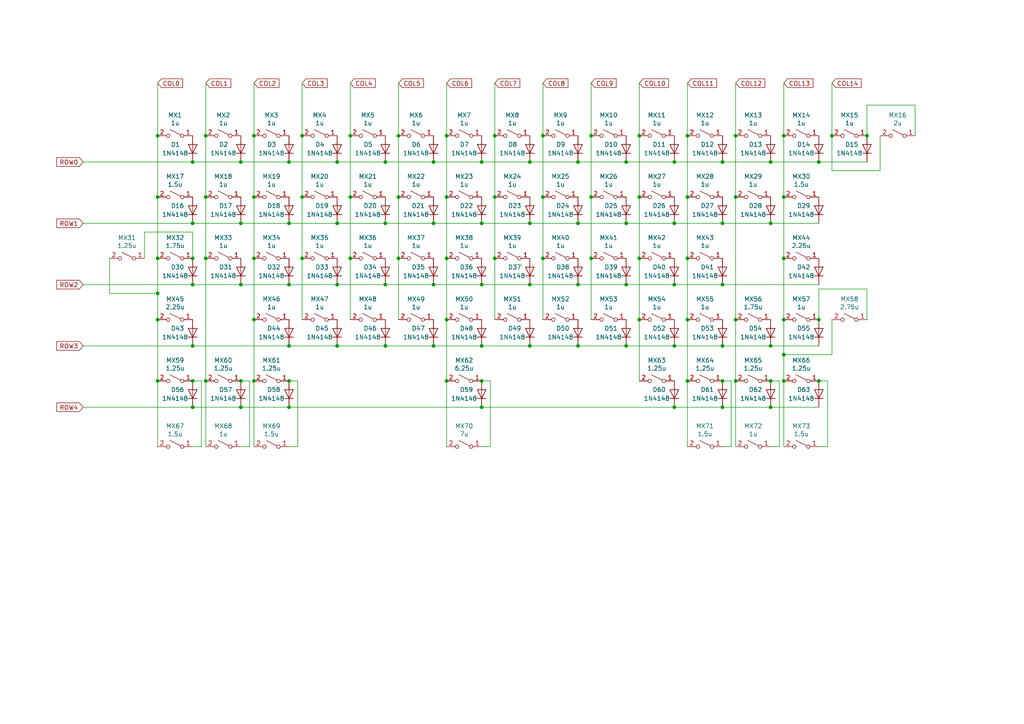
<source format=kicad_sch>
(kicad_sch (version 20210621) (generator eeschema)
  (paper "A4")
  (title_block (title "Bakeneko 60 V3") (date "2020-08-01") (rev "1") (comment 1 "Copyright © 2020 kkatano") (comment 2 "MIT License"))
  (lib_symbols
    (symbol "Device:D" (pin_numbers hide) (pin_names (offset 1.016) hide)
      (property "Reference" "D" (at 0 2.54 0))
      (property "Value" "Device_D" (at 0 -2.54 0))
      (symbol "D_0_1"
        (polyline (pts (xy -1.27 1.27) (xy -1.27 -1.27)) (stroke (width 0.2032)))
        (polyline (pts (xy 1.27 0) (xy -1.27 0)))
        (polyline (pts (xy 1.27 1.27) (xy 1.27 -1.27) (xy -1.27 0) (xy 1.27 1.27)) (stroke (width 0.2032)))
      )
      (symbol "D_1_1"
        (pin passive line (at -3.81 0 0) (length 2.54) (name "K") (number "1"))
        (pin passive line (at 3.81 0 180) (length 2.54) (name "A") (number "2"))
      )
    )
    (symbol "Switch:SW_SPST" (pin_names (offset 0) hide)
      (property "Reference" "SW" (at 0 3.175 0))
      (property "Value" "Switch_SW_SPST" (at 0 -2.54 0))
      (symbol "SW_SPST_0_0"
        (circle (center -2.032 0) (radius 0.508))
        (polyline (pts (xy -1.524 0.254) (xy 1.524 1.778)))
        (circle (center 2.032 0) (radius 0.508))
      )
      (symbol "SW_SPST_1_1"
        (pin passive line (at -5.08 0 0) (length 2.54) (name "A") (number "1"))
        (pin passive line (at 5.08 0 180) (length 2.54) (name "B") (number "2"))
      )
    )
  )
  (junction (at 195.58 118.11))
  (junction (at 143.51 57.15))
  (junction (at 199.39 74.93))
  (junction (at 171.45 57.15))
  (junction (at 125.73 46.99))
  (junction (at 45.72 74.93))
  (junction (at 185.42 39.37))
  (junction (at 195.58 82.55))
  (junction (at 185.42 74.93))
  (junction (at 55.88 110.49))
  (junction (at 111.76 64.77))
  (junction (at 59.69 39.37))
  (junction (at 59.69 74.93))
  (junction (at 115.57 57.15))
  (junction (at 73.66 92.71))
  (junction (at 185.42 92.71))
  (junction (at 69.85 118.11))
  (junction (at 199.39 57.15))
  (junction (at 73.66 39.37))
  (junction (at 45.72 92.71))
  (junction (at 69.85 64.77))
  (junction (at 83.82 100.33))
  (junction (at 73.66 110.49))
  (junction (at 223.52 100.33))
  (junction (at 129.54 57.15))
  (junction (at 139.7 110.49))
  (junction (at 209.55 110.49))
  (junction (at 97.79 46.99))
  (junction (at 55.88 64.77))
  (junction (at 153.67 46.99))
  (junction (at 227.33 74.93))
  (junction (at 223.52 46.99))
  (junction (at 83.82 110.49))
  (junction (at 227.33 92.71))
  (junction (at 181.61 100.33))
  (junction (at 55.88 100.33))
  (junction (at 59.69 110.49))
  (junction (at 55.88 74.93))
  (junction (at 55.88 118.11))
  (junction (at 45.72 39.37))
  (junction (at 167.64 100.33))
  (junction (at 59.69 57.15))
  (junction (at 115.57 74.93))
  (junction (at 223.52 64.77))
  (junction (at 139.7 82.55))
  (junction (at 167.64 82.55))
  (junction (at 181.61 82.55))
  (junction (at 213.36 39.37))
  (junction (at 153.67 100.33))
  (junction (at 185.42 57.15))
  (junction (at 237.49 92.71))
  (junction (at 111.76 100.33))
  (junction (at 139.7 46.99))
  (junction (at 69.85 110.49))
  (junction (at 101.6 57.15))
  (junction (at 125.73 64.77))
  (junction (at 223.52 118.11))
  (junction (at 199.39 39.37))
  (junction (at 45.72 85.09))
  (junction (at 111.76 82.55))
  (junction (at 195.58 46.99))
  (junction (at 73.66 57.15))
  (junction (at 129.54 39.37))
  (junction (at 139.7 64.77))
  (junction (at 167.64 64.77))
  (junction (at 227.33 39.37))
  (junction (at 209.55 46.99))
  (junction (at 209.55 100.33))
  (junction (at 167.64 46.99))
  (junction (at 69.85 82.55))
  (junction (at 45.72 110.49))
  (junction (at 87.63 74.93))
  (junction (at 181.61 64.77))
  (junction (at 115.57 39.37))
  (junction (at 237.49 110.49))
  (junction (at 129.54 110.49))
  (junction (at 157.48 39.37))
  (junction (at 97.79 64.77))
  (junction (at 87.63 39.37))
  (junction (at 87.63 57.15))
  (junction (at 209.55 82.55))
  (junction (at 101.6 39.37))
  (junction (at 195.58 100.33))
  (junction (at 223.52 110.49))
  (junction (at 83.82 82.55))
  (junction (at 237.49 46.99))
  (junction (at 213.36 57.15))
  (junction (at 213.36 110.49))
  (junction (at 73.66 74.93))
  (junction (at 83.82 46.99))
  (junction (at 55.88 46.99))
  (junction (at 157.48 74.93))
  (junction (at 227.33 57.15))
  (junction (at 213.36 92.71))
  (junction (at 209.55 118.11))
  (junction (at 111.76 46.99))
  (junction (at 171.45 39.37))
  (junction (at 97.79 82.55))
  (junction (at 209.55 64.77))
  (junction (at 83.82 64.77))
  (junction (at 139.7 100.33))
  (junction (at 125.73 82.55))
  (junction (at 129.54 74.93))
  (junction (at 251.46 39.37))
  (junction (at 157.48 57.15))
  (junction (at 101.6 74.93))
  (junction (at 69.85 46.99))
  (junction (at 195.58 64.77))
  (junction (at 181.61 46.99))
  (junction (at 143.51 39.37))
  (junction (at 153.67 64.77))
  (junction (at 55.88 82.55))
  (junction (at 153.67 82.55))
  (junction (at 171.45 74.93))
  (junction (at 139.7 118.11))
  (junction (at 125.73 100.33))
  (junction (at 83.82 118.11))
  (junction (at 97.79 100.33))
  (junction (at 199.39 92.71))
  (junction (at 241.3 39.37))
  (junction (at 45.72 57.15))
  (junction (at 143.51 74.93))
  (junction (at 227.33 110.49))
  (junction (at 199.39 110.49))
  (junction (at 129.54 92.71))
  (junction (at 227.33 102.87))
  (wire (pts (xy 55.88 110.49) (xy 58.42 110.49)))
  (wire (pts (xy 212.09 110.49) (xy 209.55 110.49)))
  (wire (pts (xy 157.48 92.71) (xy 157.48 74.93)))
  (wire (pts (xy 199.39 57.15) (xy 199.39 39.37)))
  (wire (pts (xy 45.72 39.37) (xy 45.72 57.15)))
  (wire (pts (xy 223.52 100.33) (xy 237.49 100.33)))
  (wire (pts (xy 185.42 24.13) (xy 185.42 39.37)))
  (wire (pts (xy 58.42 110.49) (xy 58.42 129.54)))
  (wire (pts (xy 115.57 39.37) (xy 115.57 24.13)))
  (wire (pts (xy 157.48 74.93) (xy 157.48 57.15)))
  (wire (pts (xy 59.69 39.37) (xy 59.69 24.13)))
  (wire (pts (xy 153.67 100.33) (xy 167.64 100.33)))
  (wire (pts (xy 226.06 129.54) (xy 223.52 129.54)))
  (wire (pts (xy 223.52 110.49) (xy 226.06 110.49)))
  (wire (pts (xy 45.72 110.49) (xy 45.72 129.54)))
  (wire (pts (xy 129.54 74.93) (xy 129.54 92.71)))
  (wire (pts (xy 209.55 82.55) (xy 237.49 82.55)))
  (wire (pts (xy 181.61 64.77) (xy 195.58 64.77)))
  (wire (pts (xy 143.51 92.71) (xy 143.51 74.93)))
  (wire (pts (xy 142.24 110.49) (xy 142.24 129.54)))
  (wire (pts (xy 31.75 85.09) (xy 45.72 85.09)))
  (wire (pts (xy 237.49 83.82) (xy 237.49 92.71)))
  (wire (pts (xy 251.46 83.82) (xy 237.49 83.82)))
  (wire (pts (xy 83.82 82.55) (xy 69.85 82.55)))
  (wire (pts (xy 125.73 64.77) (xy 139.7 64.77)))
  (wire (pts (xy 143.51 74.93) (xy 143.51 57.15)))
  (wire (pts (xy 24.13 100.33) (xy 55.88 100.33)))
  (wire (pts (xy 83.82 118.11) (xy 69.85 118.11)))
  (wire (pts (xy 73.66 92.71) (xy 73.66 110.49)))
  (wire (pts (xy 240.03 110.49) (xy 240.03 129.54)))
  (wire (pts (xy 41.91 74.93) (xy 41.91 67.31)))
  (wire (pts (xy 73.66 57.15) (xy 73.66 74.93)))
  (wire (pts (xy 129.54 57.15) (xy 129.54 74.93)))
  (wire (pts (xy 87.63 74.93) (xy 87.63 57.15)))
  (wire (pts (xy 111.76 100.33) (xy 125.73 100.33)))
  (wire (pts (xy 185.42 39.37) (xy 185.42 57.15)))
  (wire (pts (xy 185.42 57.15) (xy 185.42 74.93)))
  (wire (pts (xy 45.72 74.93) (xy 45.72 85.09)))
  (wire (pts (xy 213.36 39.37) (xy 213.36 57.15)))
  (wire (pts (xy 167.64 46.99) (xy 153.67 46.99)))
  (wire (pts (xy 209.55 100.33) (xy 223.52 100.33)))
  (wire (pts (xy 129.54 92.71) (xy 129.54 110.49)))
  (wire (pts (xy 55.88 67.31) (xy 55.88 74.93)))
  (wire (pts (xy 153.67 82.55) (xy 139.7 82.55)))
  (wire (pts (xy 69.85 110.49) (xy 72.39 110.49)))
  (wire (pts (xy 45.72 92.71) (xy 45.72 110.49)))
  (wire (pts (xy 59.69 74.93) (xy 59.69 110.49)))
  (wire (pts (xy 241.3 39.37) (xy 241.3 49.53)))
  (wire (pts (xy 153.67 46.99) (xy 139.7 46.99)))
  (wire (pts (xy 213.36 24.13) (xy 213.36 39.37)))
  (wire (pts (xy 199.39 110.49) (xy 199.39 129.54)))
  (wire (pts (xy 69.85 118.11) (xy 55.88 118.11)))
  (wire (pts (xy 265.43 39.37) (xy 265.43 30.48)))
  (wire (pts (xy 115.57 57.15) (xy 115.57 39.37)))
  (wire (pts (xy 157.48 39.37) (xy 157.48 24.13)))
  (wire (pts (xy 185.42 74.93) (xy 185.42 92.71)))
  (wire (pts (xy 240.03 129.54) (xy 237.49 129.54)))
  (wire (pts (xy 213.36 57.15) (xy 213.36 92.71)))
  (wire (pts (xy 199.39 110.49) (xy 199.39 92.71)))
  (wire (pts (xy 97.79 100.33) (xy 111.76 100.33)))
  (wire (pts (xy 139.7 110.49) (xy 142.24 110.49)))
  (wire (pts (xy 209.55 118.11) (xy 195.58 118.11)))
  (wire (pts (xy 73.66 24.13) (xy 73.66 39.37)))
  (wire (pts (xy 139.7 46.99) (xy 125.73 46.99)))
  (wire (pts (xy 227.33 110.49) (xy 227.33 102.87)))
  (wire (pts (xy 227.33 102.87) (xy 227.33 92.71)))
  (wire (pts (xy 143.51 57.15) (xy 143.51 39.37)))
  (wire (pts (xy 139.7 100.33) (xy 153.67 100.33)))
  (wire (pts (xy 101.6 74.93) (xy 101.6 92.71)))
  (wire (pts (xy 241.3 49.53) (xy 255.27 49.53)))
  (wire (pts (xy 45.72 24.13) (xy 45.72 39.37)))
  (wire (pts (xy 199.39 92.71) (xy 199.39 74.93)))
  (wire (pts (xy 237.49 110.49) (xy 240.03 110.49)))
  (wire (pts (xy 171.45 39.37) (xy 171.45 57.15)))
  (wire (pts (xy 251.46 30.48) (xy 251.46 39.37)))
  (wire (pts (xy 143.51 39.37) (xy 143.51 24.13)))
  (wire (pts (xy 212.09 129.54) (xy 212.09 110.49)))
  (wire (pts (xy 31.75 74.93) (xy 31.75 85.09)))
  (wire (pts (xy 73.66 129.54) (xy 73.66 110.49)))
  (wire (pts (xy 199.39 39.37) (xy 199.39 24.13)))
  (wire (pts (xy 125.73 82.55) (xy 111.76 82.55)))
  (wire (pts (xy 101.6 39.37) (xy 101.6 57.15)))
  (wire (pts (xy 139.7 118.11) (xy 195.58 118.11)))
  (wire (pts (xy 83.82 100.33) (xy 97.79 100.33)))
  (wire (pts (xy 87.63 92.71) (xy 87.63 74.93)))
  (wire (pts (xy 199.39 74.93) (xy 199.39 57.15)))
  (wire (pts (xy 115.57 74.93) (xy 115.57 57.15)))
  (wire (pts (xy 83.82 46.99) (xy 69.85 46.99)))
  (wire (pts (xy 227.33 57.15) (xy 227.33 74.93)))
  (wire (pts (xy 41.91 67.31) (xy 55.88 67.31)))
  (wire (pts (xy 55.88 100.33) (xy 83.82 100.33)))
  (wire (pts (xy 181.61 82.55) (xy 167.64 82.55)))
  (wire (pts (xy 227.33 24.13) (xy 227.33 39.37)))
  (wire (pts (xy 139.7 64.77) (xy 153.67 64.77)))
  (wire (pts (xy 125.73 46.99) (xy 111.76 46.99)))
  (wire (pts (xy 72.39 110.49) (xy 72.39 129.54)))
  (wire (pts (xy 213.36 92.71) (xy 213.36 110.49)))
  (wire (pts (xy 24.13 46.99) (xy 55.88 46.99)))
  (wire (pts (xy 83.82 110.49) (xy 86.36 110.49)))
  (wire (pts (xy 226.06 110.49) (xy 226.06 129.54)))
  (wire (pts (xy 142.24 129.54) (xy 139.7 129.54)))
  (wire (pts (xy 125.73 100.33) (xy 139.7 100.33)))
  (wire (pts (xy 223.52 64.77) (xy 237.49 64.77)))
  (wire (pts (xy 129.54 39.37) (xy 129.54 57.15)))
  (wire (pts (xy 97.79 46.99) (xy 83.82 46.99)))
  (wire (pts (xy 227.33 110.49) (xy 227.33 129.54)))
  (wire (pts (xy 115.57 92.71) (xy 115.57 74.93)))
  (wire (pts (xy 73.66 39.37) (xy 73.66 57.15)))
  (wire (pts (xy 83.82 64.77) (xy 97.79 64.77)))
  (wire (pts (xy 153.67 64.77) (xy 167.64 64.77)))
  (wire (pts (xy 251.46 46.99) (xy 237.49 46.99)))
  (wire (pts (xy 24.13 118.11) (xy 55.88 118.11)))
  (wire (pts (xy 59.69 74.93) (xy 59.69 57.15)))
  (wire (pts (xy 101.6 57.15) (xy 101.6 74.93)))
  (wire (pts (xy 223.52 46.99) (xy 209.55 46.99)))
  (wire (pts (xy 167.64 82.55) (xy 153.67 82.55)))
  (wire (pts (xy 111.76 82.55) (xy 97.79 82.55)))
  (wire (pts (xy 72.39 129.54) (xy 69.85 129.54)))
  (wire (pts (xy 87.63 39.37) (xy 87.63 24.13)))
  (wire (pts (xy 209.55 82.55) (xy 195.58 82.55)))
  (wire (pts (xy 129.54 24.13) (xy 129.54 39.37)))
  (wire (pts (xy 213.36 110.49) (xy 213.36 129.54)))
  (wire (pts (xy 111.76 46.99) (xy 97.79 46.99)))
  (wire (pts (xy 209.55 64.77) (xy 223.52 64.77)))
  (wire (pts (xy 167.64 64.77) (xy 181.61 64.77)))
  (wire (pts (xy 101.6 24.13) (xy 101.6 39.37)))
  (wire (pts (xy 167.64 100.33) (xy 181.61 100.33)))
  (wire (pts (xy 223.52 118.11) (xy 209.55 118.11)))
  (wire (pts (xy 97.79 82.55) (xy 83.82 82.55)))
  (wire (pts (xy 45.72 57.15) (xy 45.72 74.93)))
  (wire (pts (xy 181.61 100.33) (xy 195.58 100.33)))
  (wire (pts (xy 139.7 118.11) (xy 83.82 118.11)))
  (wire (pts (xy 209.55 46.99) (xy 195.58 46.99)))
  (wire (pts (xy 227.33 57.15) (xy 227.33 39.37)))
  (wire (pts (xy 45.72 85.09) (xy 45.72 92.71)))
  (wire (pts (xy 86.36 129.54) (xy 83.82 129.54)))
  (wire (pts (xy 195.58 64.77) (xy 209.55 64.77)))
  (wire (pts (xy 195.58 100.33) (xy 209.55 100.33)))
  (wire (pts (xy 241.3 92.71) (xy 241.3 102.87)))
  (wire (pts (xy 58.42 129.54) (xy 55.88 129.54)))
  (wire (pts (xy 237.49 46.99) (xy 223.52 46.99)))
  (wire (pts (xy 251.46 92.71) (xy 251.46 83.82)))
  (wire (pts (xy 129.54 110.49) (xy 129.54 129.54)))
  (wire (pts (xy 55.88 64.77) (xy 69.85 64.77)))
  (wire (pts (xy 24.13 82.55) (xy 55.88 82.55)))
  (wire (pts (xy 73.66 74.93) (xy 73.66 92.71)))
  (wire (pts (xy 59.69 57.15) (xy 59.69 39.37)))
  (wire (pts (xy 185.42 92.71) (xy 185.42 110.49)))
  (wire (pts (xy 227.33 102.87) (xy 241.3 102.87)))
  (wire (pts (xy 171.45 74.93) (xy 171.45 92.71)))
  (wire (pts (xy 86.36 110.49) (xy 86.36 129.54)))
  (wire (pts (xy 181.61 46.99) (xy 167.64 46.99)))
  (wire (pts (xy 59.69 110.49) (xy 59.69 129.54)))
  (wire (pts (xy 265.43 30.48) (xy 251.46 30.48)))
  (wire (pts (xy 255.27 49.53) (xy 255.27 39.37)))
  (wire (pts (xy 111.76 64.77) (xy 125.73 64.77)))
  (wire (pts (xy 209.55 129.54) (xy 212.09 129.54)))
  (wire (pts (xy 241.3 24.13) (xy 241.3 39.37)))
  (wire (pts (xy 69.85 82.55) (xy 55.88 82.55)))
  (wire (pts (xy 227.33 92.71) (xy 227.33 74.93)))
  (wire (pts (xy 237.49 118.11) (xy 223.52 118.11)))
  (wire (pts (xy 139.7 82.55) (xy 125.73 82.55)))
  (wire (pts (xy 55.88 64.77) (xy 24.13 64.77)))
  (wire (pts (xy 195.58 82.55) (xy 181.61 82.55)))
  (wire (pts (xy 171.45 57.15) (xy 171.45 74.93)))
  (wire (pts (xy 69.85 64.77) (xy 83.82 64.77)))
  (wire (pts (xy 97.79 64.77) (xy 111.76 64.77)))
  (wire (pts (xy 195.58 46.99) (xy 181.61 46.99)))
  (wire (pts (xy 157.48 57.15) (xy 157.48 39.37)))
  (wire (pts (xy 69.85 46.99) (xy 55.88 46.99)))
  (wire (pts (xy 87.63 57.15) (xy 87.63 39.37)))
  (wire (pts (xy 171.45 24.13) (xy 171.45 39.37)))
  (global_label "ROW4" (shape input) (at 24.13 118.11 180) (property "Intersheet References" "${INTERSHEET_REFS}" (effects hide)))
  (global_label "COL7" (shape input) (at 143.51 24.13 0) (property "Intersheet References" "${INTERSHEET_REFS}" (effects hide)))
  (global_label "ROW1" (shape input) (at 24.13 64.77 180) (property "Intersheet References" "${INTERSHEET_REFS}" (effects hide)))
  (global_label "COL13" (shape input) (at 227.33 24.13 0) (property "Intersheet References" "${INTERSHEET_REFS}" (effects hide)))
  (global_label "COL11" (shape input) (at 199.39 24.13 0) (property "Intersheet References" "${INTERSHEET_REFS}" (effects hide)))
  (global_label "COL1" (shape input) (at 59.69 24.13 0) (property "Intersheet References" "${INTERSHEET_REFS}" (effects hide)))
  (global_label "COL0" (shape input) (at 45.72 24.13 0) (property "Intersheet References" "${INTERSHEET_REFS}" (effects hide)))
  (global_label "COL3" (shape input) (at 87.63 24.13 0) (property "Intersheet References" "${INTERSHEET_REFS}" (effects hide)))
  (global_label "ROW3" (shape input) (at 24.13 100.33 180) (property "Intersheet References" "${INTERSHEET_REFS}" (effects hide)))
  (global_label "COL4" (shape input) (at 101.6 24.13 0) (property "Intersheet References" "${INTERSHEET_REFS}" (effects hide)))
  (global_label "COL12" (shape input) (at 213.36 24.13 0) (property "Intersheet References" "${INTERSHEET_REFS}" (effects hide)))
  (global_label "COL8" (shape input) (at 157.48 24.13 0) (property "Intersheet References" "${INTERSHEET_REFS}" (effects hide)))
  (global_label "COL2" (shape input) (at 73.66 24.13 0) (property "Intersheet References" "${INTERSHEET_REFS}" (effects hide)))
  (global_label "ROW2" (shape input) (at 24.13 82.55 180) (property "Intersheet References" "${INTERSHEET_REFS}" (effects hide)))
  (global_label "COL10" (shape input) (at 185.42 24.13 0) (property "Intersheet References" "${INTERSHEET_REFS}" (effects hide)))
  (global_label "COL6" (shape input) (at 129.54 24.13 0) (property "Intersheet References" "${INTERSHEET_REFS}" (effects hide)))
  (global_label "COL14" (shape input) (at 241.3 24.13 0) (property "Intersheet References" "${INTERSHEET_REFS}" (effects hide)))
  (global_label "ROW0" (shape input) (at 24.13 46.99 180) (property "Intersheet References" "${INTERSHEET_REFS}" (effects hide)))
  (global_label "COL5" (shape input) (at 115.57 24.13 0) (property "Intersheet References" "${INTERSHEET_REFS}" (effects hide)))
  (global_label "COL9" (shape input) (at 171.45 24.13 0) (property "Intersheet References" "${INTERSHEET_REFS}" (effects hide)))
  (symbol (lib_id "Switch:SW_SPST") (at 246.38 92.71 0) (mirror y) (unit 1)
    (property "Reference" "MX58" (at 246.38 86.741 0))
    (property "Value" "2.75u" (at 246.38 89.0524 0))
    (property "Footprint" "MX_Only:MXOnly-2.75U-Hotswap-ReversedStabilizers" (effects hide))
  )
  (symbol (lib_id "Switch:SW_SPST") (at 218.44 129.54 0) (mirror y) (unit 1)
    (property "Reference" "MX72" (at 218.44 123.571 0))
    (property "Value" "1u" (at 218.44 125.8824 0))
    (property "Footprint" "MX_Only:MXOnly-1U-Hotswap" (effects hide))
  )
  (symbol (lib_id "Switch:SW_SPST") (at 232.41 129.54 0) (mirror y) (unit 1)
    (property "Reference" "MX73" (at 232.41 123.571 0))
    (property "Value" "1.5u" (at 232.41 125.8824 0))
    (property "Footprint" "MX_Only:MXOnly-1.5U-Hotswap" (effects hide))
  )
  (symbol (lib_id "Switch:SW_SPST") (at 134.62 129.54 0) (mirror y) (unit 1)
    (property "Reference" "MX70" (at 134.62 123.571 0))
    (property "Value" "7u" (at 134.62 125.8824 0))
    (property "Footprint" "MX_Only:MXOnly-7U-Hotswap" (effects hide))
  )
  (symbol (lib_id "Switch:SW_SPST") (at 50.8 129.54 0) (mirror y) (unit 1)
    (property "Reference" "MX67" (at 50.8 123.571 0))
    (property "Value" "1.5u" (at 50.8 125.8824 0))
    (property "Footprint" "MX_Only:MXOnly-1.5U-Hotswap" (effects hide))
  )
  (symbol (lib_id "Switch:SW_SPST") (at 64.77 129.54 0) (mirror y) (unit 1)
    (property "Reference" "MX68" (at 64.77 123.571 0))
    (property "Value" "1u" (at 64.77 125.8824 0))
    (property "Footprint" "MX_Only:MXOnly-1U-Hotswap" (effects hide))
  )
  (symbol (lib_id "Switch:SW_SPST") (at 78.74 129.54 0) (mirror y) (unit 1)
    (property "Reference" "MX69" (at 78.74 123.571 0))
    (property "Value" "1.5u" (at 78.74 125.8824 0))
    (property "Footprint" "MX_Only:MXOnly-1.5U-Hotswap" (effects hide))
  )
  (symbol (lib_id "Switch:SW_SPST") (at 50.8 57.15 0) (mirror y) (unit 1)
    (property "Reference" "MX17" (at 50.8 51.181 0))
    (property "Value" "1.5u" (at 50.8 53.4924 0))
    (property "Footprint" "MX_Only:MXOnly-1.5U-Hotswap" (effects hide))
  )
  (symbol (lib_id "Switch:SW_SPST") (at 106.68 39.37 0) (mirror y) (unit 1)
    (property "Reference" "MX5" (at 106.68 33.401 0))
    (property "Value" "1u" (at 106.68 35.7124 0))
    (property "Footprint" "MX_Only:MXOnly-1U-Hotswap" (effects hide))
  )
  (symbol (lib_id "Switch:SW_SPST") (at 36.83 74.93 0) (mirror y) (unit 1)
    (property "Reference" "MX31" (at 36.83 68.961 0))
    (property "Value" "1.25u" (at 36.83 71.2724 0))
    (property "Footprint" "MX_Only:MXOnly-1.25U-Hotswap" (effects hide))
  )
  (symbol (lib_id "Switch:SW_SPST") (at 260.35 39.37 0) (mirror y) (unit 1)
    (property "Reference" "MX16" (at 260.35 33.401 0))
    (property "Value" "2u" (at 260.35 35.7124 0))
    (property "Footprint" "MX_Only:MXOnly-2U-Hotswap" (effects hide))
  )
  (symbol (lib_id "Switch:SW_SPST") (at 204.47 129.54 0) (mirror y) (unit 1)
    (property "Reference" "MX71" (at 204.47 123.571 0))
    (property "Value" "1.5u" (at 204.47 125.8824 0))
    (property "Footprint" "MX_Only:MXOnly-1.5U-Hotswap" (effects hide))
  )
  (symbol (lib_id "Switch:SW_SPST") (at 50.8 74.93 0) (mirror y) (unit 1)
    (property "Reference" "MX32" (at 50.8 68.961 0))
    (property "Value" "1.75u" (at 50.8 71.2724 0))
    (property "Footprint" "MX_Only:MXOnly-1.75U-Hotswap" (effects hide))
  )
  (symbol (lib_id "Switch:SW_SPST") (at 50.8 92.71 0) (mirror y) (unit 1)
    (property "Reference" "MX45" (at 50.8 86.741 0))
    (property "Value" "2.25u" (at 50.8 89.0524 0))
    (property "Footprint" "MX_Only:MXOnly-2.25U-Hotswap" (effects hide))
  )
  (symbol (lib_id "Device:D") (at 237.49 114.3 90) (unit 1)
    (property "Reference" "D63" (at 231.14 113.03 90) (effects (justify right)))
    (property "Value" "1N4148" (at 228.6 115.57 90) (effects (justify right)))
    (property "Footprint" "Diode_SMD:D_SOD-123" (effects hide))
    (property "LCSC Part #" "C81598" (effects hide))
  )
  (symbol (lib_id "Switch:SW_SPST") (at 232.41 110.49 0) (mirror y) (unit 1)
    (property "Reference" "MX66" (at 232.41 104.521 0))
    (property "Value" "1.25u" (at 232.41 106.8324 0))
    (property "Footprint" "MX_Only:MXOnly-1.25U-Hotswap" (effects hide))
  )
  (symbol (lib_id "Device:D") (at 223.52 114.3 90) (unit 1)
    (property "Reference" "D62" (at 217.17 113.03 90) (effects (justify right)))
    (property "Value" "1N4148" (at 214.63 115.57 90) (effects (justify right)))
    (property "Footprint" "Diode_SMD:D_SOD-123" (effects hide))
    (property "LCSC Part #" "C81598" (effects hide))
  )
  (symbol (lib_id "Switch:SW_SPST") (at 218.44 110.49 0) (mirror y) (unit 1)
    (property "Reference" "MX65" (at 218.44 104.521 0))
    (property "Value" "1.25u" (at 218.44 106.8324 0))
    (property "Footprint" "MX_Only:MXOnly-1.25U-Hotswap" (effects hide))
  )
  (symbol (lib_id "Device:D") (at 209.55 114.3 90) (unit 1)
    (property "Reference" "D61" (at 203.2 113.03 90) (effects (justify right)))
    (property "Value" "1N4148" (at 200.66 115.57 90) (effects (justify right)))
    (property "Footprint" "Diode_SMD:D_SOD-123" (effects hide))
    (property "LCSC Part #" "C81598" (effects hide))
  )
  (symbol (lib_id "Switch:SW_SPST") (at 204.47 110.49 0) (mirror y) (unit 1)
    (property "Reference" "MX64" (at 204.47 104.521 0))
    (property "Value" "1.25u" (at 204.47 106.8324 0))
    (property "Footprint" "MX_Only:MXOnly-1.25U-Hotswap" (effects hide))
  )
  (symbol (lib_id "Device:D") (at 195.58 114.3 90) (unit 1)
    (property "Reference" "D60" (at 189.23 113.03 90) (effects (justify right)))
    (property "Value" "1N4148" (at 186.69 115.57 90) (effects (justify right)))
    (property "Footprint" "Diode_SMD:D_SOD-123" (effects hide))
    (property "LCSC Part #" "C81598" (effects hide))
  )
  (symbol (lib_id "Switch:SW_SPST") (at 190.5 110.49 0) (mirror y) (unit 1)
    (property "Reference" "MX63" (at 190.5 104.521 0))
    (property "Value" "1.25u" (at 190.5 106.8324 0))
    (property "Footprint" "MX_Only:MXOnly-1.25U-Hotswap" (effects hide))
  )
  (symbol (lib_id "Device:D") (at 139.7 114.3 90) (unit 1)
    (property "Reference" "D59" (at 133.35 113.03 90) (effects (justify right)))
    (property "Value" "1N4148" (at 130.81 115.57 90) (effects (justify right)))
    (property "Footprint" "Diode_SMD:D_SOD-123" (effects hide))
    (property "LCSC Part #" "C81598" (effects hide))
  )
  (symbol (lib_id "Switch:SW_SPST") (at 134.62 110.49 0) (mirror y) (unit 1)
    (property "Reference" "MX62" (at 134.62 104.521 0))
    (property "Value" "6.25u" (at 134.62 106.8324 0))
    (property "Footprint" "MX_Only:MXOnly-6.25U-Hotswap-ReversedStabilizers" (effects hide))
  )
  (symbol (lib_id "Device:D") (at 83.82 114.3 90) (unit 1)
    (property "Reference" "D58" (at 77.47 113.03 90) (effects (justify right)))
    (property "Value" "1N4148" (at 74.93 115.57 90) (effects (justify right)))
    (property "Footprint" "Diode_SMD:D_SOD-123" (effects hide))
    (property "LCSC Part #" "C81598" (effects hide))
  )
  (symbol (lib_id "Switch:SW_SPST") (at 78.74 110.49 0) (mirror y) (unit 1)
    (property "Reference" "MX61" (at 78.74 104.521 0))
    (property "Value" "1.25u" (at 78.74 106.8324 0))
    (property "Footprint" "MX_Only:MXOnly-1.25U-Hotswap" (effects hide))
  )
  (symbol (lib_id "Device:D") (at 69.85 114.3 90) (unit 1)
    (property "Reference" "D57" (at 63.5 113.03 90) (effects (justify right)))
    (property "Value" "1N4148" (at 60.96 115.57 90) (effects (justify right)))
    (property "Footprint" "Diode_SMD:D_SOD-123" (effects hide))
    (property "LCSC Part #" "C81598" (effects hide))
  )
  (symbol (lib_id "Switch:SW_SPST") (at 64.77 110.49 0) (mirror y) (unit 1)
    (property "Reference" "MX60" (at 64.77 104.521 0))
    (property "Value" "1.25u" (at 64.77 106.8324 0))
    (property "Footprint" "MX_Only:MXOnly-1.25U-Hotswap" (effects hide))
  )
  (symbol (lib_id "Device:D") (at 55.88 114.3 90) (unit 1)
    (property "Reference" "D56" (at 49.53 113.03 90) (effects (justify right)))
    (property "Value" "1N4148" (at 46.99 115.57 90) (effects (justify right)))
    (property "Footprint" "Diode_SMD:D_SOD-123" (effects hide))
    (property "LCSC Part #" "C81598" (effects hide))
  )
  (symbol (lib_id "Switch:SW_SPST") (at 50.8 110.49 0) (mirror y) (unit 1)
    (property "Reference" "MX59" (at 50.8 104.521 0))
    (property "Value" "1.25u" (at 50.8 106.8324 0))
    (property "Footprint" "MX_Only:MXOnly-1.25U-Hotswap" (effects hide))
  )
  (symbol (lib_id "Device:D") (at 237.49 96.52 90) (unit 1)
    (property "Reference" "D55" (at 231.14 95.25 90) (effects (justify right)))
    (property "Value" "1N4148" (at 228.6 97.79 90) (effects (justify right)))
    (property "Footprint" "Diode_SMD:D_SOD-123" (effects hide))
    (property "LCSC Part #" "C81598" (effects hide))
  )
  (symbol (lib_id "Switch:SW_SPST") (at 232.41 92.71 0) (mirror y) (unit 1)
    (property "Reference" "MX57" (at 232.41 86.741 0))
    (property "Value" "1u" (at 232.41 89.0524 0))
    (property "Footprint" "MX_Only:MXOnly-1U-Hotswap" (effects hide))
  )
  (symbol (lib_id "Device:D") (at 223.52 96.52 90) (unit 1)
    (property "Reference" "D54" (at 217.17 95.25 90) (effects (justify right)))
    (property "Value" "1N4148" (at 214.63 97.79 90) (effects (justify right)))
    (property "Footprint" "Diode_SMD:D_SOD-123" (effects hide))
    (property "LCSC Part #" "C81598" (effects hide))
  )
  (symbol (lib_id "Switch:SW_SPST") (at 218.44 92.71 0) (mirror y) (unit 1)
    (property "Reference" "MX56" (at 218.44 86.741 0))
    (property "Value" "1.75u" (at 218.44 89.0524 0))
    (property "Footprint" "MX_Only:MXOnly-1.75U-Hotswap" (effects hide))
  )
  (symbol (lib_id "Device:D") (at 209.55 96.52 90) (unit 1)
    (property "Reference" "D53" (at 203.2 95.25 90) (effects (justify right)))
    (property "Value" "1N4148" (at 200.66 97.79 90) (effects (justify right)))
    (property "Footprint" "Diode_SMD:D_SOD-123" (effects hide))
    (property "LCSC Part #" "C81598" (effects hide))
  )
  (symbol (lib_id "Switch:SW_SPST") (at 204.47 92.71 0) (mirror y) (unit 1)
    (property "Reference" "MX55" (at 204.47 86.741 0))
    (property "Value" "1u" (at 204.47 89.0524 0))
    (property "Footprint" "MX_Only:MXOnly-1U-Hotswap" (effects hide))
  )
  (symbol (lib_id "Device:D") (at 195.58 96.52 90) (unit 1)
    (property "Reference" "D52" (at 189.23 95.25 90) (effects (justify right)))
    (property "Value" "1N4148" (at 186.69 97.79 90) (effects (justify right)))
    (property "Footprint" "Diode_SMD:D_SOD-123" (effects hide))
    (property "LCSC Part #" "C81598" (effects hide))
  )
  (symbol (lib_id "Switch:SW_SPST") (at 190.5 92.71 0) (mirror y) (unit 1)
    (property "Reference" "MX54" (at 190.5 86.741 0))
    (property "Value" "1u" (at 190.5 89.0524 0))
    (property "Footprint" "MX_Only:MXOnly-1U-Hotswap" (effects hide))
  )
  (symbol (lib_id "Device:D") (at 181.61 96.52 90) (unit 1)
    (property "Reference" "D51" (at 175.26 95.25 90) (effects (justify right)))
    (property "Value" "1N4148" (at 172.72 97.79 90) (effects (justify right)))
    (property "Footprint" "Diode_SMD:D_SOD-123" (effects hide))
    (property "LCSC Part #" "C81598" (effects hide))
  )
  (symbol (lib_id "Switch:SW_SPST") (at 176.53 92.71 0) (mirror y) (unit 1)
    (property "Reference" "MX53" (at 176.53 86.741 0))
    (property "Value" "1u" (at 176.53 89.0524 0))
    (property "Footprint" "MX_Only:MXOnly-1U-Hotswap" (effects hide))
  )
  (symbol (lib_id "Device:D") (at 167.64 96.52 90) (unit 1)
    (property "Reference" "D50" (at 161.29 95.25 90) (effects (justify right)))
    (property "Value" "1N4148" (at 158.75 97.79 90) (effects (justify right)))
    (property "Footprint" "Diode_SMD:D_SOD-123" (effects hide))
    (property "LCSC Part #" "C81598" (effects hide))
  )
  (symbol (lib_id "Switch:SW_SPST") (at 162.56 92.71 0) (mirror y) (unit 1)
    (property "Reference" "MX52" (at 162.56 86.741 0))
    (property "Value" "1u" (at 162.56 89.0524 0))
    (property "Footprint" "MX_Only:MXOnly-1U-Hotswap" (effects hide))
  )
  (symbol (lib_id "Device:D") (at 153.67 96.52 90) (unit 1)
    (property "Reference" "D49" (at 147.32 95.25 90) (effects (justify right)))
    (property "Value" "1N4148" (at 144.78 97.79 90) (effects (justify right)))
    (property "Footprint" "Diode_SMD:D_SOD-123" (effects hide))
    (property "LCSC Part #" "C81598" (effects hide))
  )
  (symbol (lib_id "Switch:SW_SPST") (at 148.59 92.71 0) (mirror y) (unit 1)
    (property "Reference" "MX51" (at 148.59 86.741 0))
    (property "Value" "1u" (at 148.59 89.0524 0))
    (property "Footprint" "MX_Only:MXOnly-1U-Hotswap" (effects hide))
  )
  (symbol (lib_id "Device:D") (at 139.7 96.52 90) (unit 1)
    (property "Reference" "D48" (at 133.35 95.25 90) (effects (justify right)))
    (property "Value" "1N4148" (at 130.81 97.79 90) (effects (justify right)))
    (property "Footprint" "Diode_SMD:D_SOD-123" (effects hide))
    (property "LCSC Part #" "C81598" (effects hide))
  )
  (symbol (lib_id "Switch:SW_SPST") (at 134.62 92.71 0) (mirror y) (unit 1)
    (property "Reference" "MX50" (at 134.62 86.741 0))
    (property "Value" "1u" (at 134.62 89.0524 0))
    (property "Footprint" "MX_Only:MXOnly-1U-Hotswap" (effects hide))
  )
  (symbol (lib_id "Device:D") (at 125.73 96.52 90) (unit 1)
    (property "Reference" "D47" (at 119.38 95.25 90) (effects (justify right)))
    (property "Value" "1N4148" (at 116.84 97.79 90) (effects (justify right)))
    (property "Footprint" "Diode_SMD:D_SOD-123" (effects hide))
    (property "LCSC Part #" "C81598" (effects hide))
  )
  (symbol (lib_id "Switch:SW_SPST") (at 120.65 92.71 0) (mirror y) (unit 1)
    (property "Reference" "MX49" (at 120.65 86.741 0))
    (property "Value" "1u" (at 120.65 89.0524 0))
    (property "Footprint" "MX_Only:MXOnly-1U-Hotswap" (effects hide))
  )
  (symbol (lib_id "Device:D") (at 111.76 96.52 90) (unit 1)
    (property "Reference" "D46" (at 105.41 95.25 90) (effects (justify right)))
    (property "Value" "1N4148" (at 102.87 97.79 90) (effects (justify right)))
    (property "Footprint" "Diode_SMD:D_SOD-123" (effects hide))
    (property "LCSC Part #" "C81598" (effects hide))
  )
  (symbol (lib_id "Switch:SW_SPST") (at 106.68 92.71 0) (mirror y) (unit 1)
    (property "Reference" "MX48" (at 106.68 86.741 0))
    (property "Value" "1u" (at 106.68 89.0524 0))
    (property "Footprint" "MX_Only:MXOnly-1U-Hotswap" (effects hide))
  )
  (symbol (lib_id "Device:D") (at 97.79 96.52 90) (unit 1)
    (property "Reference" "D45" (at 91.44 95.25 90) (effects (justify right)))
    (property "Value" "1N4148" (at 88.9 97.79 90) (effects (justify right)))
    (property "Footprint" "Diode_SMD:D_SOD-123" (effects hide))
    (property "LCSC Part #" "C81598" (effects hide))
  )
  (symbol (lib_id "Switch:SW_SPST") (at 92.71 92.71 0) (mirror y) (unit 1)
    (property "Reference" "MX47" (at 92.71 86.741 0))
    (property "Value" "1u" (at 92.71 89.0524 0))
    (property "Footprint" "MX_Only:MXOnly-1U-Hotswap" (effects hide))
  )
  (symbol (lib_id "Device:D") (at 83.82 96.52 90) (unit 1)
    (property "Reference" "D44" (at 77.47 95.25 90) (effects (justify right)))
    (property "Value" "1N4148" (at 74.93 97.79 90) (effects (justify right)))
    (property "Footprint" "Diode_SMD:D_SOD-123" (effects hide))
    (property "LCSC Part #" "C81598" (effects hide))
  )
  (symbol (lib_id "Switch:SW_SPST") (at 78.74 92.71 0) (mirror y) (unit 1)
    (property "Reference" "MX46" (at 78.74 86.741 0))
    (property "Value" "1u" (at 78.74 89.0524 0))
    (property "Footprint" "MX_Only:MXOnly-1U-Hotswap" (effects hide))
  )
  (symbol (lib_id "Device:D") (at 55.88 96.52 90) (unit 1)
    (property "Reference" "D43" (at 49.53 95.25 90) (effects (justify right)))
    (property "Value" "1N4148" (at 46.99 97.79 90) (effects (justify right)))
    (property "Footprint" "Diode_SMD:D_SOD-123" (effects hide))
    (property "LCSC Part #" "C81598" (effects hide))
  )
  (symbol (lib_id "Device:D") (at 237.49 78.74 90) (unit 1)
    (property "Reference" "D42" (at 231.14 77.47 90) (effects (justify right)))
    (property "Value" "1N4148" (at 228.6 80.01 90) (effects (justify right)))
    (property "Footprint" "Diode_SMD:D_SOD-123" (effects hide))
    (property "LCSC Part #" "C81598" (effects hide))
  )
  (symbol (lib_id "Switch:SW_SPST") (at 232.41 74.93 0) (mirror y) (unit 1)
    (property "Reference" "MX44" (at 232.41 68.961 0))
    (property "Value" "2.25u" (at 232.41 71.2724 0))
    (property "Footprint" "MX_Only:MXOnly-2.25U-Hotswap" (effects hide))
  )
  (symbol (lib_id "Device:D") (at 209.55 78.74 90) (unit 1)
    (property "Reference" "D41" (at 203.2 77.47 90) (effects (justify right)))
    (property "Value" "1N4148" (at 200.66 80.01 90) (effects (justify right)))
    (property "Footprint" "Diode_SMD:D_SOD-123" (effects hide))
    (property "LCSC Part #" "C81598" (effects hide))
  )
  (symbol (lib_id "Switch:SW_SPST") (at 204.47 74.93 0) (mirror y) (unit 1)
    (property "Reference" "MX43" (at 204.47 68.961 0))
    (property "Value" "1u" (at 204.47 71.2724 0))
    (property "Footprint" "MX_Only:MXOnly-1U-Hotswap" (effects hide))
  )
  (symbol (lib_id "Device:D") (at 195.58 78.74 90) (unit 1)
    (property "Reference" "D40" (at 189.23 77.47 90) (effects (justify right)))
    (property "Value" "1N4148" (at 186.69 80.01 90) (effects (justify right)))
    (property "Footprint" "Diode_SMD:D_SOD-123" (effects hide))
    (property "LCSC Part #" "C81598" (effects hide))
  )
  (symbol (lib_id "Switch:SW_SPST") (at 190.5 74.93 0) (mirror y) (unit 1)
    (property "Reference" "MX42" (at 190.5 68.961 0))
    (property "Value" "1u" (at 190.5 71.2724 0))
    (property "Footprint" "MX_Only:MXOnly-1U-Hotswap" (effects hide))
  )
  (symbol (lib_id "Device:D") (at 181.61 78.74 90) (unit 1)
    (property "Reference" "D39" (at 175.26 77.47 90) (effects (justify right)))
    (property "Value" "1N4148" (at 172.72 80.01 90) (effects (justify right)))
    (property "Footprint" "Diode_SMD:D_SOD-123" (effects hide))
    (property "LCSC Part #" "C81598" (effects hide))
  )
  (symbol (lib_id "Switch:SW_SPST") (at 176.53 74.93 0) (mirror y) (unit 1)
    (property "Reference" "MX41" (at 176.53 68.961 0))
    (property "Value" "1u" (at 176.53 71.2724 0))
    (property "Footprint" "MX_Only:MXOnly-1U-Hotswap" (effects hide))
  )
  (symbol (lib_id "Device:D") (at 167.64 78.74 90) (unit 1)
    (property "Reference" "D38" (at 161.29 77.47 90) (effects (justify right)))
    (property "Value" "1N4148" (at 158.75 80.01 90) (effects (justify right)))
    (property "Footprint" "Diode_SMD:D_SOD-123" (effects hide))
    (property "LCSC Part #" "C81598" (effects hide))
  )
  (symbol (lib_id "Switch:SW_SPST") (at 162.56 74.93 0) (mirror y) (unit 1)
    (property "Reference" "MX40" (at 162.56 68.961 0))
    (property "Value" "1u" (at 162.56 71.2724 0))
    (property "Footprint" "MX_Only:MXOnly-1U-Hotswap" (effects hide))
  )
  (symbol (lib_id "Device:D") (at 153.67 78.74 90) (unit 1)
    (property "Reference" "D37" (at 147.32 77.47 90) (effects (justify right)))
    (property "Value" "1N4148" (at 144.78 80.01 90) (effects (justify right)))
    (property "Footprint" "Diode_SMD:D_SOD-123" (effects hide))
    (property "LCSC Part #" "C81598" (effects hide))
  )
  (symbol (lib_id "Switch:SW_SPST") (at 148.59 74.93 0) (mirror y) (unit 1)
    (property "Reference" "MX39" (at 148.59 68.961 0))
    (property "Value" "1u" (at 148.59 71.2724 0))
    (property "Footprint" "MX_Only:MXOnly-1U-Hotswap" (effects hide))
  )
  (symbol (lib_id "Device:D") (at 139.7 78.74 90) (unit 1)
    (property "Reference" "D36" (at 133.35 77.47 90) (effects (justify right)))
    (property "Value" "1N4148" (at 130.81 80.01 90) (effects (justify right)))
    (property "Footprint" "Diode_SMD:D_SOD-123" (effects hide))
    (property "LCSC Part #" "C81598" (effects hide))
  )
  (symbol (lib_id "Switch:SW_SPST") (at 134.62 74.93 0) (mirror y) (unit 1)
    (property "Reference" "MX38" (at 134.62 68.961 0))
    (property "Value" "1u" (at 134.62 71.2724 0))
    (property "Footprint" "MX_Only:MXOnly-1U-Hotswap" (effects hide))
  )
  (symbol (lib_id "Device:D") (at 125.73 78.74 90) (unit 1)
    (property "Reference" "D35" (at 119.38 77.47 90) (effects (justify right)))
    (property "Value" "1N4148" (at 116.84 80.01 90) (effects (justify right)))
    (property "Footprint" "Diode_SMD:D_SOD-123" (effects hide))
    (property "LCSC Part #" "C81598" (effects hide))
  )
  (symbol (lib_id "Switch:SW_SPST") (at 120.65 74.93 0) (mirror y) (unit 1)
    (property "Reference" "MX37" (at 120.65 68.961 0))
    (property "Value" "1u" (at 120.65 71.2724 0))
    (property "Footprint" "MX_Only:MXOnly-1U-Hotswap" (effects hide))
  )
  (symbol (lib_id "Device:D") (at 111.76 78.74 90) (unit 1)
    (property "Reference" "D34" (at 105.41 77.47 90) (effects (justify right)))
    (property "Value" "1N4148" (at 102.87 80.01 90) (effects (justify right)))
    (property "Footprint" "Diode_SMD:D_SOD-123" (effects hide))
    (property "LCSC Part #" "C81598" (effects hide))
  )
  (symbol (lib_id "Switch:SW_SPST") (at 106.68 74.93 0) (mirror y) (unit 1)
    (property "Reference" "MX36" (at 106.68 68.961 0))
    (property "Value" "1u" (at 106.68 71.2724 0))
    (property "Footprint" "MX_Only:MXOnly-1U-Hotswap" (effects hide))
  )
  (symbol (lib_id "Device:D") (at 97.79 78.74 90) (unit 1)
    (property "Reference" "D33" (at 91.44 77.47 90) (effects (justify right)))
    (property "Value" "1N4148" (at 88.9 80.01 90) (effects (justify right)))
    (property "Footprint" "Diode_SMD:D_SOD-123" (effects hide))
    (property "LCSC Part #" "C81598" (effects hide))
  )
  (symbol (lib_id "Switch:SW_SPST") (at 92.71 74.93 0) (mirror y) (unit 1)
    (property "Reference" "MX35" (at 92.71 68.961 0))
    (property "Value" "1u" (at 92.71 71.2724 0))
    (property "Footprint" "MX_Only:MXOnly-1U-Hotswap" (effects hide))
  )
  (symbol (lib_id "Device:D") (at 83.82 78.74 90) (unit 1)
    (property "Reference" "D32" (at 77.47 77.47 90) (effects (justify right)))
    (property "Value" "1N4148" (at 74.93 80.01 90) (effects (justify right)))
    (property "Footprint" "Diode_SMD:D_SOD-123" (effects hide))
    (property "LCSC Part #" "C81598" (effects hide))
  )
  (symbol (lib_id "Switch:SW_SPST") (at 78.74 74.93 0) (mirror y) (unit 1)
    (property "Reference" "MX34" (at 78.74 68.961 0))
    (property "Value" "1u" (at 78.74 71.2724 0))
    (property "Footprint" "MX_Only:MXOnly-1U-Hotswap" (effects hide))
  )
  (symbol (lib_id "Device:D") (at 69.85 78.74 90) (unit 1)
    (property "Reference" "D31" (at 63.5 77.47 90) (effects (justify right)))
    (property "Value" "1N4148" (at 60.96 80.01 90) (effects (justify right)))
    (property "Footprint" "Diode_SMD:D_SOD-123" (effects hide))
    (property "LCSC Part #" "C81598" (effects hide))
  )
  (symbol (lib_id "Switch:SW_SPST") (at 64.77 74.93 0) (mirror y) (unit 1)
    (property "Reference" "MX33" (at 64.77 68.961 0))
    (property "Value" "1u" (at 64.77 71.2724 0))
    (property "Footprint" "MX_Only:MXOnly-1U-Hotswap" (effects hide))
  )
  (symbol (lib_id "Device:D") (at 55.88 78.74 90) (unit 1)
    (property "Reference" "D30" (at 49.53 77.47 90) (effects (justify right)))
    (property "Value" "1N4148" (at 46.99 80.01 90) (effects (justify right)))
    (property "Footprint" "Diode_SMD:D_SOD-123" (effects hide))
    (property "LCSC Part #" "C81598" (effects hide))
  )
  (symbol (lib_id "Device:D") (at 237.49 60.96 90) (unit 1)
    (property "Reference" "D29" (at 231.14 59.69 90) (effects (justify right)))
    (property "Value" "1N4148" (at 228.6 62.23 90) (effects (justify right)))
    (property "Footprint" "Diode_SMD:D_SOD-123" (effects hide))
    (property "LCSC Part #" "C81598" (effects hide))
  )
  (symbol (lib_id "Switch:SW_SPST") (at 232.41 57.15 0) (mirror y) (unit 1)
    (property "Reference" "MX30" (at 232.41 51.181 0))
    (property "Value" "1.5u" (at 232.41 53.4924 0))
    (property "Footprint" "MX_Only:MXOnly-1.5U-Hotswap" (effects hide))
  )
  (symbol (lib_id "Device:D") (at 223.52 60.96 90) (unit 1)
    (property "Reference" "D28" (at 217.17 59.69 90) (effects (justify right)))
    (property "Value" "1N4148" (at 214.63 62.23 90) (effects (justify right)))
    (property "Footprint" "Diode_SMD:D_SOD-123" (effects hide))
    (property "LCSC Part #" "C81598" (effects hide))
  )
  (symbol (lib_id "Switch:SW_SPST") (at 218.44 57.15 0) (mirror y) (unit 1)
    (property "Reference" "MX29" (at 218.44 51.181 0))
    (property "Value" "1u" (at 218.44 53.4924 0))
    (property "Footprint" "MX_Only:MXOnly-1U-Hotswap" (effects hide))
  )
  (symbol (lib_id "Device:D") (at 209.55 60.96 90) (unit 1)
    (property "Reference" "D27" (at 203.2 59.69 90) (effects (justify right)))
    (property "Value" "1N4148" (at 200.66 62.23 90) (effects (justify right)))
    (property "Footprint" "Diode_SMD:D_SOD-123" (effects hide))
    (property "LCSC Part #" "C81598" (effects hide))
  )
  (symbol (lib_id "Switch:SW_SPST") (at 204.47 57.15 0) (mirror y) (unit 1)
    (property "Reference" "MX28" (at 204.47 51.181 0))
    (property "Value" "1u" (at 204.47 53.4924 0))
    (property "Footprint" "MX_Only:MXOnly-1U-Hotswap" (effects hide))
  )
  (symbol (lib_id "Device:D") (at 195.58 60.96 90) (unit 1)
    (property "Reference" "D26" (at 189.23 59.69 90) (effects (justify right)))
    (property "Value" "1N4148" (at 186.69 62.23 90) (effects (justify right)))
    (property "Footprint" "Diode_SMD:D_SOD-123" (effects hide))
    (property "LCSC Part #" "C81598" (effects hide))
  )
  (symbol (lib_id "Switch:SW_SPST") (at 190.5 57.15 0) (mirror y) (unit 1)
    (property "Reference" "MX27" (at 190.5 51.181 0))
    (property "Value" "1u" (at 190.5 53.4924 0))
    (property "Footprint" "MX_Only:MXOnly-1U-Hotswap" (effects hide))
  )
  (symbol (lib_id "Device:D") (at 181.61 60.96 90) (unit 1)
    (property "Reference" "D25" (at 175.26 59.69 90) (effects (justify right)))
    (property "Value" "1N4148" (at 172.72 62.23 90) (effects (justify right)))
    (property "Footprint" "Diode_SMD:D_SOD-123" (effects hide))
    (property "LCSC Part #" "C81598" (effects hide))
  )
  (symbol (lib_id "Switch:SW_SPST") (at 176.53 57.15 0) (mirror y) (unit 1)
    (property "Reference" "MX26" (at 176.53 51.181 0))
    (property "Value" "1u" (at 176.53 53.4924 0))
    (property "Footprint" "MX_Only:MXOnly-1U-Hotswap" (effects hide))
  )
  (symbol (lib_id "Device:D") (at 167.64 60.96 90) (unit 1)
    (property "Reference" "D24" (at 161.29 59.69 90) (effects (justify right)))
    (property "Value" "1N4148" (at 158.75 62.23 90) (effects (justify right)))
    (property "Footprint" "Diode_SMD:D_SOD-123" (effects hide))
    (property "LCSC Part #" "C81598" (effects hide))
  )
  (symbol (lib_id "Switch:SW_SPST") (at 162.56 57.15 0) (mirror y) (unit 1)
    (property "Reference" "MX25" (at 162.56 51.181 0))
    (property "Value" "1u" (at 162.56 53.4924 0))
    (property "Footprint" "MX_Only:MXOnly-1U-Hotswap" (effects hide))
  )
  (symbol (lib_id "Device:D") (at 153.67 60.96 90) (unit 1)
    (property "Reference" "D23" (at 147.32 59.69 90) (effects (justify right)))
    (property "Value" "1N4148" (at 144.78 62.23 90) (effects (justify right)))
    (property "Footprint" "Diode_SMD:D_SOD-123" (effects hide))
    (property "LCSC Part #" "C81598" (effects hide))
  )
  (symbol (lib_id "Switch:SW_SPST") (at 148.59 57.15 0) (mirror y) (unit 1)
    (property "Reference" "MX24" (at 148.59 51.181 0))
    (property "Value" "1u" (at 148.59 53.4924 0))
    (property "Footprint" "MX_Only:MXOnly-1U-Hotswap" (effects hide))
  )
  (symbol (lib_id "Device:D") (at 139.7 60.96 90) (unit 1)
    (property "Reference" "D22" (at 133.35 59.69 90) (effects (justify right)))
    (property "Value" "1N4148" (at 130.81 62.23 90) (effects (justify right)))
    (property "Footprint" "Diode_SMD:D_SOD-123" (effects hide))
    (property "LCSC Part #" "C81598" (effects hide))
  )
  (symbol (lib_id "Switch:SW_SPST") (at 134.62 57.15 0) (mirror y) (unit 1)
    (property "Reference" "MX23" (at 134.62 51.181 0))
    (property "Value" "1u" (at 134.62 53.4924 0))
    (property "Footprint" "MX_Only:MXOnly-1U-Hotswap" (effects hide))
  )
  (symbol (lib_id "Device:D") (at 125.73 60.96 90) (unit 1)
    (property "Reference" "D21" (at 119.38 59.69 90) (effects (justify right)))
    (property "Value" "1N4148" (at 116.84 62.23 90) (effects (justify right)))
    (property "Footprint" "Diode_SMD:D_SOD-123" (effects hide))
    (property "LCSC Part #" "C81598" (effects hide))
  )
  (symbol (lib_id "Switch:SW_SPST") (at 120.65 57.15 0) (mirror y) (unit 1)
    (property "Reference" "MX22" (at 120.65 51.181 0))
    (property "Value" "1u" (at 120.65 53.4924 0))
    (property "Footprint" "MX_Only:MXOnly-1U-Hotswap" (effects hide))
  )
  (symbol (lib_id "Device:D") (at 111.76 60.96 90) (unit 1)
    (property "Reference" "D20" (at 105.41 59.69 90) (effects (justify right)))
    (property "Value" "1N4148" (at 102.87 62.23 90) (effects (justify right)))
    (property "Footprint" "Diode_SMD:D_SOD-123" (effects hide))
    (property "LCSC Part #" "C81598" (effects hide))
  )
  (symbol (lib_id "Switch:SW_SPST") (at 106.68 57.15 0) (mirror y) (unit 1)
    (property "Reference" "MX21" (at 106.68 51.181 0))
    (property "Value" "1u" (at 106.68 53.4924 0))
    (property "Footprint" "MX_Only:MXOnly-1U-Hotswap" (effects hide))
  )
  (symbol (lib_id "Device:D") (at 97.79 60.96 90) (unit 1)
    (property "Reference" "D19" (at 91.44 59.69 90) (effects (justify right)))
    (property "Value" "1N4148" (at 88.9 62.23 90) (effects (justify right)))
    (property "Footprint" "Diode_SMD:D_SOD-123" (effects hide))
    (property "LCSC Part #" "C81598" (effects hide))
  )
  (symbol (lib_id "Switch:SW_SPST") (at 92.71 57.15 0) (mirror y) (unit 1)
    (property "Reference" "MX20" (at 92.71 51.181 0))
    (property "Value" "1u" (at 92.71 53.4924 0))
    (property "Footprint" "MX_Only:MXOnly-1U-Hotswap" (effects hide))
  )
  (symbol (lib_id "Device:D") (at 83.82 60.96 90) (unit 1)
    (property "Reference" "D18" (at 77.47 59.69 90) (effects (justify right)))
    (property "Value" "1N4148" (at 74.93 62.23 90) (effects (justify right)))
    (property "Footprint" "Diode_SMD:D_SOD-123" (effects hide))
    (property "LCSC Part #" "C81598" (effects hide))
  )
  (symbol (lib_id "Switch:SW_SPST") (at 78.74 57.15 0) (mirror y) (unit 1)
    (property "Reference" "MX19" (at 78.74 51.181 0))
    (property "Value" "1u" (at 78.74 53.4924 0))
    (property "Footprint" "MX_Only:MXOnly-1U-Hotswap" (effects hide))
  )
  (symbol (lib_id "Device:D") (at 69.85 60.96 90) (unit 1)
    (property "Reference" "D17" (at 63.5 59.69 90) (effects (justify right)))
    (property "Value" "1N4148" (at 60.96 62.23 90) (effects (justify right)))
    (property "Footprint" "Diode_SMD:D_SOD-123" (effects hide))
    (property "LCSC Part #" "C81598" (effects hide))
  )
  (symbol (lib_id "Switch:SW_SPST") (at 64.77 57.15 0) (mirror y) (unit 1)
    (property "Reference" "MX18" (at 64.77 51.181 0))
    (property "Value" "1u" (at 64.77 53.4924 0))
    (property "Footprint" "MX_Only:MXOnly-1U-Hotswap" (effects hide))
  )
  (symbol (lib_id "Device:D") (at 55.88 60.96 90) (unit 1)
    (property "Reference" "D16" (at 49.53 59.69 90) (effects (justify right)))
    (property "Value" "1N4148" (at 46.99 62.23 90) (effects (justify right)))
    (property "Footprint" "Diode_SMD:D_SOD-123" (effects hide))
    (property "LCSC Part #" "C81598" (effects hide))
  )
  (symbol (lib_id "Device:D") (at 251.46 43.18 90) (unit 1)
    (property "Reference" "D15" (at 245.11 41.91 90) (effects (justify right)))
    (property "Value" "1N4148" (at 242.57 44.45 90) (effects (justify right)))
    (property "Footprint" "Diode_SMD:D_SOD-123" (effects hide))
    (property "LCSC Part #" "C81598" (effects hide))
  )
  (symbol (lib_id "Switch:SW_SPST") (at 246.38 39.37 0) (mirror y) (unit 1)
    (property "Reference" "MX15" (at 246.38 33.401 0))
    (property "Value" "1u" (at 246.38 35.7124 0))
    (property "Footprint" "MX_Only:MXOnly-1U-Hotswap" (effects hide))
  )
  (symbol (lib_id "Device:D") (at 237.49 43.18 90) (unit 1)
    (property "Reference" "D14" (at 231.14 41.91 90) (effects (justify right)))
    (property "Value" "1N4148" (at 228.6 44.45 90) (effects (justify right)))
    (property "Footprint" "Diode_SMD:D_SOD-123" (effects hide))
    (property "LCSC Part #" "C81598" (effects hide))
  )
  (symbol (lib_id "Switch:SW_SPST") (at 232.41 39.37 0) (mirror y) (unit 1)
    (property "Reference" "MX14" (at 232.41 33.401 0))
    (property "Value" "1u" (at 232.41 35.7124 0))
    (property "Footprint" "MX_Only:MXOnly-1U-Hotswap" (effects hide))
  )
  (symbol (lib_id "Device:D") (at 223.52 43.18 90) (unit 1)
    (property "Reference" "D13" (at 217.17 41.91 90) (effects (justify right)))
    (property "Value" "1N4148" (at 214.63 44.45 90) (effects (justify right)))
    (property "Footprint" "Diode_SMD:D_SOD-123" (effects hide))
    (property "LCSC Part #" "C81598" (effects hide))
  )
  (symbol (lib_id "Switch:SW_SPST") (at 218.44 39.37 0) (mirror y) (unit 1)
    (property "Reference" "MX13" (at 218.44 33.401 0))
    (property "Value" "1u" (at 218.44 35.7124 0))
    (property "Footprint" "MX_Only:MXOnly-1U-Hotswap" (effects hide))
  )
  (symbol (lib_id "Device:D") (at 209.55 43.18 90) (unit 1)
    (property "Reference" "D12" (at 203.2 41.91 90) (effects (justify right)))
    (property "Value" "1N4148" (at 200.66 44.45 90) (effects (justify right)))
    (property "Footprint" "Diode_SMD:D_SOD-123" (effects hide))
    (property "LCSC Part #" "C81598" (effects hide))
  )
  (symbol (lib_id "Switch:SW_SPST") (at 204.47 39.37 0) (mirror y) (unit 1)
    (property "Reference" "MX12" (at 204.47 33.401 0))
    (property "Value" "1u" (at 204.47 35.7124 0))
    (property "Footprint" "MX_Only:MXOnly-1U-Hotswap" (effects hide))
  )
  (symbol (lib_id "Device:D") (at 195.58 43.18 90) (unit 1)
    (property "Reference" "D11" (at 189.23 41.91 90) (effects (justify right)))
    (property "Value" "1N4148" (at 186.69 44.45 90) (effects (justify right)))
    (property "Footprint" "Diode_SMD:D_SOD-123" (effects hide))
    (property "LCSC Part #" "C81598" (effects hide))
  )
  (symbol (lib_id "Switch:SW_SPST") (at 190.5 39.37 0) (mirror y) (unit 1)
    (property "Reference" "MX11" (at 190.5 33.401 0))
    (property "Value" "1u" (at 190.5 35.7124 0))
    (property "Footprint" "MX_Only:MXOnly-1U-Hotswap" (effects hide))
  )
  (symbol (lib_id "Device:D") (at 181.61 43.18 90) (unit 1)
    (property "Reference" "D10" (at 175.26 41.91 90) (effects (justify right)))
    (property "Value" "1N4148" (at 172.72 44.45 90) (effects (justify right)))
    (property "Footprint" "Diode_SMD:D_SOD-123" (effects hide))
    (property "LCSC Part #" "C81598" (effects hide))
  )
  (symbol (lib_id "Switch:SW_SPST") (at 176.53 39.37 0) (mirror y) (unit 1)
    (property "Reference" "MX10" (at 176.53 33.401 0))
    (property "Value" "1u" (at 176.53 35.7124 0))
    (property "Footprint" "MX_Only:MXOnly-1U-Hotswap" (effects hide))
  )
  (symbol (lib_id "Device:D") (at 167.64 43.18 90) (unit 1)
    (property "Reference" "D9" (at 161.29 41.91 90) (effects (justify right)))
    (property "Value" "1N4148" (at 158.75 44.45 90) (effects (justify right)))
    (property "Footprint" "Diode_SMD:D_SOD-123" (effects hide))
    (property "LCSC Part #" "C81598" (effects hide))
  )
  (symbol (lib_id "Switch:SW_SPST") (at 162.56 39.37 0) (mirror y) (unit 1)
    (property "Reference" "MX9" (at 162.56 33.401 0))
    (property "Value" "1u" (at 162.56 35.7124 0))
    (property "Footprint" "MX_Only:MXOnly-1U-Hotswap" (effects hide))
  )
  (symbol (lib_id "Device:D") (at 153.67 43.18 90) (unit 1)
    (property "Reference" "D8" (at 147.32 41.91 90) (effects (justify right)))
    (property "Value" "1N4148" (at 144.78 44.45 90) (effects (justify right)))
    (property "Footprint" "Diode_SMD:D_SOD-123" (effects hide))
    (property "LCSC Part #" "C81598" (effects hide))
  )
  (symbol (lib_id "Switch:SW_SPST") (at 148.59 39.37 0) (mirror y) (unit 1)
    (property "Reference" "MX8" (at 148.59 33.401 0))
    (property "Value" "1u" (at 148.59 35.7124 0))
    (property "Footprint" "MX_Only:MXOnly-1U-Hotswap" (effects hide))
  )
  (symbol (lib_id "Device:D") (at 139.7 43.18 90) (unit 1)
    (property "Reference" "D7" (at 133.35 41.91 90) (effects (justify right)))
    (property "Value" "1N4148" (at 130.81 44.45 90) (effects (justify right)))
    (property "Footprint" "Diode_SMD:D_SOD-123" (effects hide))
    (property "LCSC Part #" "C81598" (effects hide))
  )
  (symbol (lib_id "Switch:SW_SPST") (at 134.62 39.37 0) (mirror y) (unit 1)
    (property "Reference" "MX7" (at 134.62 33.401 0))
    (property "Value" "1u" (at 134.62 35.7124 0))
    (property "Footprint" "MX_Only:MXOnly-1U-Hotswap" (effects hide))
  )
  (symbol (lib_id "Device:D") (at 125.73 43.18 90) (unit 1)
    (property "Reference" "D6" (at 119.38 41.91 90) (effects (justify right)))
    (property "Value" "1N4148" (at 116.84 44.45 90) (effects (justify right)))
    (property "Footprint" "Diode_SMD:D_SOD-123" (effects hide))
    (property "LCSC Part #" "C81598" (effects hide))
  )
  (symbol (lib_id "Switch:SW_SPST") (at 120.65 39.37 0) (mirror y) (unit 1)
    (property "Reference" "MX6" (at 120.65 33.401 0))
    (property "Value" "1u" (at 120.65 35.7124 0))
    (property "Footprint" "MX_Only:MXOnly-1U-Hotswap" (effects hide))
  )
  (symbol (lib_id "Device:D") (at 111.76 43.18 90) (unit 1)
    (property "Reference" "D5" (at 105.41 41.91 90) (effects (justify right)))
    (property "Value" "1N4148" (at 102.87 44.45 90) (effects (justify right)))
    (property "Footprint" "Diode_SMD:D_SOD-123" (effects hide))
    (property "LCSC Part #" "C81598" (effects hide))
  )
  (symbol (lib_id "Device:D") (at 97.79 43.18 90) (unit 1)
    (property "Reference" "D4" (at 91.44 41.91 90) (effects (justify right)))
    (property "Value" "1N4148" (at 88.9 44.45 90) (effects (justify right)))
    (property "Footprint" "Diode_SMD:D_SOD-123" (effects hide))
    (property "LCSC Part #" "C81598" (effects hide))
  )
  (symbol (lib_id "Switch:SW_SPST") (at 92.71 39.37 0) (mirror y) (unit 1)
    (property "Reference" "MX4" (at 92.71 33.401 0))
    (property "Value" "1u" (at 92.71 35.7124 0))
    (property "Footprint" "MX_Only:MXOnly-1U-Hotswap" (effects hide))
  )
  (symbol (lib_id "Device:D") (at 83.82 43.18 90) (unit 1)
    (property "Reference" "D3" (at 77.47 41.91 90) (effects (justify right)))
    (property "Value" "1N4148" (at 74.93 44.45 90) (effects (justify right)))
    (property "Footprint" "Diode_SMD:D_SOD-123" (effects hide))
    (property "LCSC Part #" "C81598" (effects hide))
  )
  (symbol (lib_id "Switch:SW_SPST") (at 78.74 39.37 0) (mirror y) (unit 1)
    (property "Reference" "MX3" (at 78.74 33.401 0))
    (property "Value" "1u" (at 78.74 35.7124 0))
    (property "Footprint" "MX_Only:MXOnly-1U-Hotswap" (effects hide))
  )
  (symbol (lib_id "Device:D") (at 69.85 43.18 90) (unit 1)
    (property "Reference" "D2" (at 63.5 41.91 90) (effects (justify right)))
    (property "Value" "1N4148" (at 60.96 44.45 90) (effects (justify right)))
    (property "Footprint" "Diode_SMD:D_SOD-123" (effects hide))
    (property "LCSC Part #" "C81598" (effects hide))
  )
  (symbol (lib_id "Switch:SW_SPST") (at 64.77 39.37 0) (mirror y) (unit 1)
    (property "Reference" "MX2" (at 64.77 33.401 0))
    (property "Value" "1u" (at 64.77 35.7124 0))
    (property "Footprint" "MX_Only:MXOnly-1U-Hotswap" (effects hide))
  )
  (symbol (lib_id "Device:D") (at 55.88 43.18 90) (unit 1)
    (property "Reference" "D1" (at 49.53 41.91 90) (effects (justify right)))
    (property "Value" "1N4148" (at 46.99 44.45 90) (effects (justify right)))
    (property "Footprint" "Diode_SMD:D_SOD-123" (effects hide))
    (property "LCSC Part #" "C81598" (effects hide))
  )
  (symbol (lib_id "Switch:SW_SPST") (at 50.8 39.37 0) (mirror y) (unit 1)
    (property "Reference" "MX1" (at 50.8 33.401 0))
    (property "Value" "1u" (at 50.8 35.7124 0))
    (property "Footprint" "MX_Only:MXOnly-1U-Hotswap" (effects hide))
  )
)
</source>
